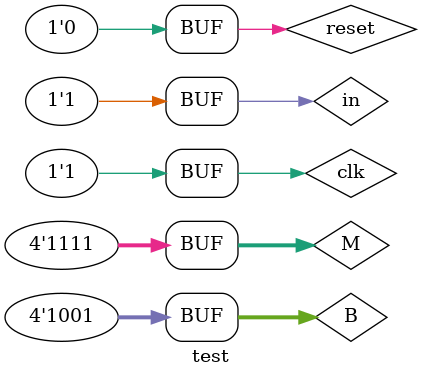
<source format=sv>
`timescale 1ns / 1ps


module test(

    );
    
     logic clk;
       logic reset;
       logic in;
       logic [3:0]B ;
       logic [3:0]M ;
       logic [7:0] out;
       logic [3:0] parB;
       logic [3:0] parM;
       
       
       
       mult dut(clk, reset, in, B, M, out, parB, parM);
       
       always begin
       clk = 0; #5;
        clk = 1; #5;
       end
       
       initial begin
       in = 1;reset = 1; #5;
        B = 4'b1001;
        M = 4'b1111; 
        #10;reset = 0;
    //    B = 4'b1001;
    //   M = 4'b1111; 
    //   in = 0; 
      
       end
endmodule

</source>
